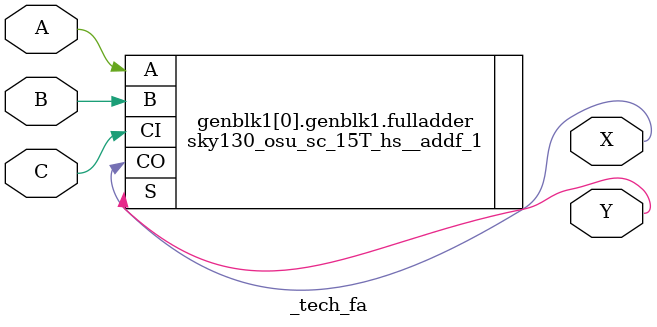
<source format=v>

(* techmap_celltype = "$fa" *)
module _tech_fa (A, B, C, X, Y);
  parameter WIDTH = 1;
  (* force_downto *)
    input [WIDTH-1 : 0] A, B, C;
  (* force_downto *)
    output [WIDTH-1 : 0] X, Y;
  
  parameter _TECHMAP_CONSTVAL_A_ = WIDTH'bx;
  parameter _TECHMAP_CONSTVAL_B_ = WIDTH'bx;
  parameter _TECHMAP_CONSTVAL_C_ = WIDTH'bx;
  
  genvar i;
  generate for (i = 0; i < WIDTH; i = i + 1) begin
      if (_TECHMAP_CONSTVAL_A_[i] === 1'b0 || _TECHMAP_CONSTVAL_B_[i] === 1'b0 || _TECHMAP_CONSTVAL_C_[i] === 1'b0) begin
        if (_TECHMAP_CONSTVAL_C_[i] === 1'b0) begin
          sky130_osu_sc_15T_hs__addh_1 halfadder_Cconst (
              .A(A[i]),
              .B(B[i]),
              .CO(X[i]), .S(Y[i])
            );
        end 
        else begin
          if (_TECHMAP_CONSTVAL_B_[i] === 1'b0) begin
            sky130_osu_sc_15T_hs__addh_1 halfadder_Bconst (
                .A(A[i]),
                .B(C[i]),
                .CO(X[i]), .S(Y[i])
              );
          end
          else begin
            sky130_osu_sc_15T_hs__addh_1 halfadder_Aconst (
                .A(B[i]),
                .B(C[i]),
                .CO(X[i]), .S(Y[i])
              );
          end
        end
      end
      else begin
        sky130_osu_sc_15T_hs__addf_1 fulladder (
            .A(A[i]), .B(B[i]), .CI(C[i]), .CO(X[i]), .S(Y[i])
          );
      end
    end endgenerate

endmodule

</source>
